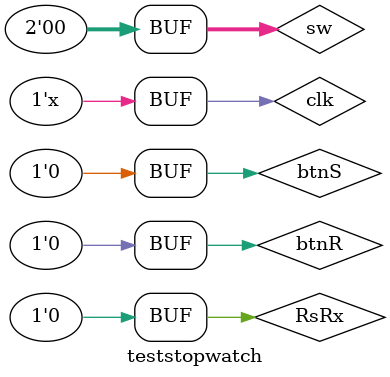
<source format=v>
`timescale 1ns / 1ps


module teststopwatch;

	// Inputs
	reg RsRx;
	reg [1:0] sw;
	reg btnS;
	reg btnR;
	reg clk;


	// Outputs
	wire RsTx;

	// Instantiate the Unit Under Test (UUT)
	stopwatch uut (
		.RsTx(RsTx), 
		.RsRx(RsRx), 
		.sw(sw), 
		.btnS(btnS), 
		.btnR(btnR), 
		.clk(clk)
	);

	initial begin
		// Initialize Inputs
		RsRx = 0;
		sw = 0;
		btnS = 0;
		btnR = 1;
		clk = 0;
        #1000; btnR = 0;
        #1500000;
        
		// Add stimulus here
        

	end
    
    always #5 clk = ~clk;
      
endmodule


</source>
